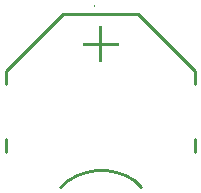
<source format=gbo>
G04*
G04 #@! TF.GenerationSoftware,Altium Limited,Altium Designer,24.8.2 (39)*
G04*
G04 Layer_Color=32896*
%FSLAX44Y44*%
%MOMM*%
G71*
G04*
G04 #@! TF.SameCoordinates,51F5D0A7-D834-435B-83A4-D3E02903F5C0*
G04*
G04*
G04 #@! TF.FilePolarity,Positive*
G04*
G01*
G75*
%ADD10C,0.2540*%
G36*
X-22730Y58420D02*
X-8760D01*
Y55880D01*
X-22730D01*
Y41910D01*
X-25270D01*
Y55880D01*
X-39240D01*
Y58420D01*
X-25270D01*
Y72390D01*
X-22730D01*
Y58420D01*
D02*
G37*
G36*
X-29319Y90910D02*
X-29283Y90860D01*
X-29245Y90811D01*
X-29207Y90768D01*
X-29172Y90730D01*
X-29156Y90715D01*
X-29144Y90702D01*
X-29131Y90692D01*
X-29123Y90684D01*
X-29118Y90679D01*
X-29116Y90677D01*
X-29052Y90623D01*
X-28986Y90575D01*
X-28923Y90534D01*
X-28862Y90496D01*
X-28834Y90481D01*
X-28811Y90468D01*
X-28788Y90456D01*
X-28768Y90446D01*
X-28753Y90438D01*
X-28742Y90433D01*
X-28735Y90428D01*
X-28732D01*
Y90174D01*
X-28778Y90192D01*
X-28826Y90214D01*
X-28872Y90237D01*
X-28915Y90258D01*
X-28953Y90278D01*
X-28981Y90293D01*
X-28991Y90301D01*
X-28999Y90303D01*
X-29004Y90308D01*
X-29007D01*
X-29062Y90341D01*
X-29111Y90374D01*
X-29154Y90405D01*
X-29190Y90433D01*
X-29220Y90456D01*
X-29240Y90473D01*
X-29253Y90484D01*
X-29258Y90489D01*
Y88820D01*
X-29520D01*
Y90964D01*
X-29350D01*
X-29319Y90910D01*
D02*
G37*
G36*
X-27897Y89483D02*
Y89419D01*
X-27891Y89363D01*
X-27886Y89318D01*
X-27881Y89282D01*
X-27876Y89252D01*
X-27871Y89231D01*
X-27869Y89221D01*
X-27866Y89216D01*
X-27853Y89186D01*
X-27838Y89160D01*
X-27820Y89137D01*
X-27803Y89120D01*
X-27785Y89104D01*
X-27772Y89094D01*
X-27762Y89087D01*
X-27759Y89084D01*
X-27729Y89069D01*
X-27699Y89056D01*
X-27668Y89049D01*
X-27640Y89041D01*
X-27615Y89038D01*
X-27594Y89036D01*
X-27577D01*
X-27526Y89041D01*
X-27480Y89051D01*
X-27442Y89064D01*
X-27409Y89082D01*
X-27383Y89097D01*
X-27366Y89112D01*
X-27356Y89122D01*
X-27350Y89125D01*
X-27335Y89143D01*
X-27323Y89165D01*
X-27302Y89214D01*
X-27287Y89270D01*
X-27274Y89325D01*
X-27267Y89376D01*
X-27264Y89399D01*
X-27262Y89419D01*
Y89437D01*
X-27259Y89450D01*
Y89458D01*
Y89460D01*
X-27005Y89424D01*
Y89366D01*
X-27010Y89313D01*
X-27015Y89262D01*
X-27025Y89216D01*
X-27036Y89173D01*
X-27046Y89132D01*
X-27061Y89097D01*
X-27074Y89066D01*
X-27086Y89038D01*
X-27102Y89013D01*
X-27112Y88993D01*
X-27124Y88975D01*
X-27135Y88962D01*
X-27142Y88952D01*
X-27145Y88947D01*
X-27147Y88944D01*
X-27178Y88917D01*
X-27208Y88891D01*
X-27244Y88871D01*
X-27277Y88853D01*
X-27312Y88838D01*
X-27348Y88822D01*
X-27419Y88805D01*
X-27450Y88797D01*
X-27480Y88792D01*
X-27508Y88790D01*
X-27531Y88787D01*
X-27549Y88784D01*
X-27577D01*
X-27645Y88787D01*
X-27709Y88797D01*
X-27764Y88810D01*
X-27813Y88822D01*
X-27853Y88838D01*
X-27869Y88843D01*
X-27881Y88848D01*
X-27891Y88853D01*
X-27902Y88858D01*
X-27904Y88861D01*
X-27907D01*
X-27955Y88891D01*
X-27998Y88927D01*
X-28034Y88965D01*
X-28062Y89000D01*
X-28085Y89033D01*
X-28100Y89061D01*
X-28105Y89069D01*
X-28110Y89076D01*
X-28112Y89082D01*
Y89084D01*
X-28125Y89112D01*
X-28135Y89145D01*
X-28151Y89211D01*
X-28163Y89280D01*
X-28171Y89348D01*
X-28173Y89379D01*
X-28176Y89407D01*
Y89435D01*
X-28179Y89458D01*
Y89475D01*
Y89488D01*
Y89498D01*
Y89501D01*
Y90956D01*
X-27897D01*
Y89483D01*
D02*
G37*
D10*
X7750Y82550D02*
X56010Y34290D01*
Y23320D02*
Y34290D01*
X-104010D02*
X-55750Y82550D01*
X-104010Y23320D02*
Y34290D01*
X-55750Y82550D02*
X7750D01*
X-104010Y-34290D02*
Y-23310D01*
X56010Y-34290D02*
Y-23310D01*
X-58292Y-63492D02*
X-51820Y-58048D01*
X-44500Y-53813D01*
X-36556Y-50916D01*
X-28228Y-49445D01*
X-19772D01*
X-11444Y-50916D01*
X-3499Y-53813D01*
X3820Y-58048D01*
X10292Y-63492D01*
M02*

</source>
